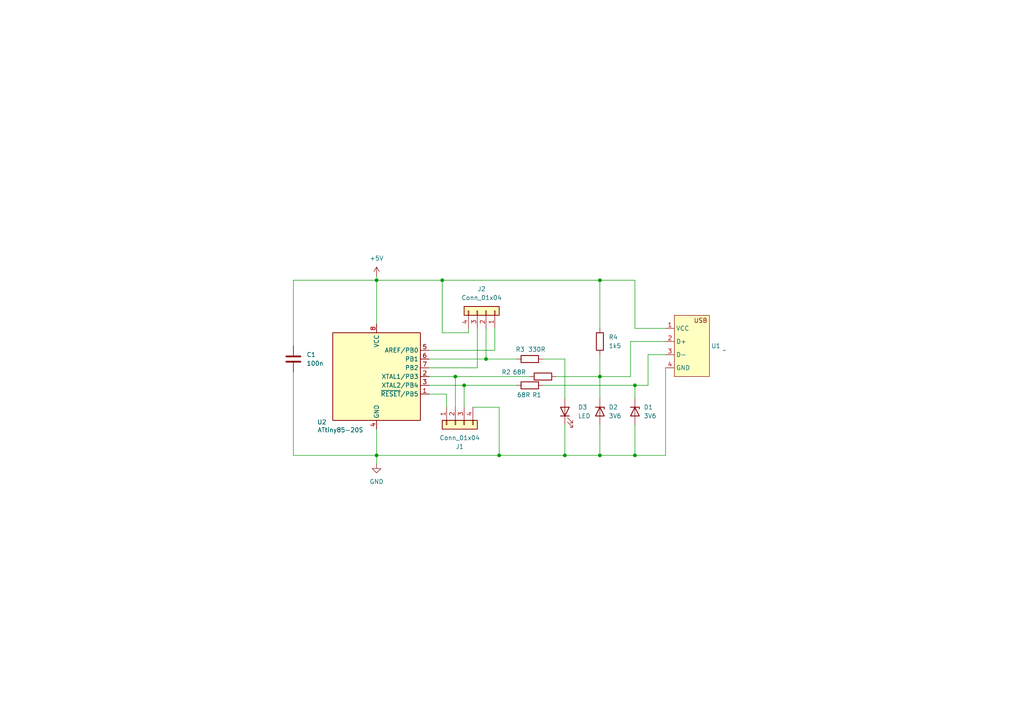
<source format=kicad_sch>
(kicad_sch (version 20250114) (generator "eeschema") (generator_version "9.0")
  (paper "A4")
  (lib_symbols
    (symbol "1_cstm_smbl_lib:PCB_USB_connector"
      (property "Reference" "U1" (at 4.318 0 0))
      (property "Value" "~" (at 7.62 -1.27 0))
      (symbol "PCB_USB_connector_1_1"
        (rectangle (start -6.35 8.89) (end 3.81 -8.89) (fill (type background)))
        (text "USB\n" (at 1.27 7.366 0) (effects (font (size 1.27 1.27))))
        (pin power_in line (at -8.89 5.08 0) (length 2.54) (name "VCC") (number "1"))
        (pin bidirectional line (at -8.89 1.27 0) (length 2.54) (name "D+") (number "2"))
        (pin bidirectional line (at -8.89 -2.54 0) (length 2.54) (name "D-") (number "3"))
        (pin power_in line (at -8.89 -6.35 0) (length 2.54) (name "GND") (number "4"))
      )
    )
    (symbol "Connector_Generic:Conn_01x04" (pin_names (offset 1.016) (hide yes))
      (property "Reference" "J" (at 0 5.08 0))
      (property "Value" "Conn_01x04" (at 0 -7.62 0))
      (symbol "Conn_01x04_1_1"
        (rectangle (start -1.27 3.81) (end 1.27 -6.35) (stroke (width 0.254)) (fill (type background)))
        (rectangle (start -1.27 2.667) (end 0 2.413) (stroke (width 0.1524)))
        (rectangle (start -1.27 0.127) (end 0 -0.127) (stroke (width 0.1524)))
        (rectangle (start -1.27 -2.413) (end 0 -2.667) (stroke (width 0.1524)))
        (rectangle (start -1.27 -4.953) (end 0 -5.207) (stroke (width 0.1524)))
        (pin passive line (at -5.08 2.54 0) (length 3.81) (name "Pin_1") (number "1"))
        (pin passive line (at -5.08 0 0) (length 3.81) (name "Pin_2") (number "2"))
        (pin passive line (at -5.08 -2.54 0) (length 3.81) (name "Pin_3") (number "3"))
        (pin passive line (at -5.08 -5.08 0) (length 3.81) (name "Pin_4") (number "4"))
      )
    )
    (symbol "Device:C" (pin_numbers (hide yes)) (pin_names (offset 0.254))
      (property "Reference" "C" (at 0.635 2.54 0))
      (property "Value" "C" (at 0.635 -2.54 0))
      (symbol "C_0_1"
        (polyline (pts (xy -2.032 0.762) (xy 2.032 0.762)) (stroke (width 0.508)))
        (polyline (pts (xy -2.032 -0.762) (xy 2.032 -0.762)) (stroke (width 0.508)))
      )
      (symbol "C_1_1"
        (pin passive line (at 0 3.81 270) (length 2.794) (name "~") (number "1"))
        (pin passive line (at 0 -3.81 90) (length 2.794) (name "~") (number "2"))
      )
    )
    (symbol "Device:D_Zener" (pin_numbers (hide yes)) (pin_names (offset 1.016) (hide yes))
      (property "Reference" "D" (at 0 2.54 0))
      (property "Value" "D_Zener" (at 0 -2.54 0))
      (symbol "D_Zener_0_1"
        (polyline (pts (xy -1.27 -1.27) (xy -1.27 1.27) (xy -0.762 1.27)) (stroke (width 0.254)))
        (polyline (pts (xy 1.27 0) (xy -1.27 0)))
        (polyline (pts (xy 1.27 -1.27) (xy 1.27 1.27) (xy -1.27 0) (xy 1.27 -1.27)) (stroke (width 0.254)))
      )
      (symbol "D_Zener_1_1"
        (pin passive line (at -3.81 0 0) (length 2.54) (name "K") (number "1"))
        (pin passive line (at 3.81 0 180) (length 2.54) (name "A") (number "2"))
      )
    )
    (symbol "Device:LED" (pin_numbers (hide yes)) (pin_names (offset 1.016) (hide yes))
      (property "Reference" "D" (at 0 2.54 0))
      (property "Value" "LED" (at 0 -2.54 0))
      (symbol "LED_0_1"
        (polyline (pts (xy -3.048 -0.762) (xy -4.572 -2.286) (xy -3.81 -2.286) (xy -4.572 -2.286) (xy -4.572 -1.524)))
        (polyline (pts (xy -1.778 -0.762) (xy -3.302 -2.286) (xy -2.54 -2.286) (xy -3.302 -2.286) (xy -3.302 -1.524)))
        (polyline (pts (xy -1.27 0) (xy 1.27 0)))
        (polyline (pts (xy -1.27 -1.27) (xy -1.27 1.27)) (stroke (width 0.254)))
        (polyline (pts (xy 1.27 -1.27) (xy 1.27 1.27) (xy -1.27 0) (xy 1.27 -1.27)) (stroke (width 0.254)))
      )
      (symbol "LED_1_1"
        (pin passive line (at -3.81 0 0) (length 2.54) (name "K") (number "1"))
        (pin passive line (at 3.81 0 180) (length 2.54) (name "A") (number "2"))
      )
    )
    (symbol "Device:R" (pin_numbers (hide yes)) (pin_names (offset 0))
      (property "Reference" "R" (at 2.032 0 90))
      (property "Value" "R" (at 0 0 90))
      (symbol "R_0_1"
        (rectangle (start -1.016 -2.54) (end 1.016 2.54) (stroke (width 0.254)))
      )
      (symbol "R_1_1"
        (pin passive line (at 0 3.81 270) (length 1.27) (name "~") (number "1"))
        (pin passive line (at 0 -3.81 90) (length 1.27) (name "~") (number "2"))
      )
    )
    (symbol "MCU_Microchip_ATtiny:ATtiny85-20S"
      (property "Reference" "U" (at -12.7 13.97 0))
      (property "Value" "ATtiny85-20S" (at 2.54 -13.97 0))
      (symbol "ATtiny85-20S_0_1"
        (rectangle (start -12.7 -12.7) (end 12.7 12.7) (stroke (width 0.254)) (fill (type background)))
      )
      (symbol "ATtiny85-20S_1_1"
        (pin power_in line (at 0 15.24 270) (length 2.54) (name "VCC") (number "8"))
        (pin power_in line (at 0 -15.24 90) (length 2.54) (name "GND") (number "4"))
        (pin bidirectional line (at 15.24 7.62 180) (length 2.54) (name "AREF/PB0") (number "5"))
        (pin bidirectional line (at 15.24 5.08 180) (length 2.54) (name "PB1") (number "6"))
        (pin bidirectional line (at 15.24 2.54 180) (length 2.54) (name "PB2") (number "7"))
        (pin bidirectional line (at 15.24 0 180) (length 2.54) (name "XTAL1/PB3") (number "2"))
        (pin bidirectional line (at 15.24 -2.54 180) (length 2.54) (name "XTAL2/PB4") (number "3"))
        (pin bidirectional line (at 15.24 -5.08 180) (length 2.54) (name "~{RESET}/PB5") (number "1"))
      )
    )
    (symbol "power:+5V" (power) (pin_numbers (hide yes)) (pin_names (offset 0) (hide yes))
      (property "Value" "+5V" (at 0 3.556 0))
      (symbol "+5V_0_1"
        (polyline (pts (xy -0.762 1.27) (xy 0 2.54)))
        (polyline (pts (xy 0 2.54) (xy 0.762 1.27)))
        (polyline (pts (xy 0 0) (xy 0 2.54)))
      )
      (symbol "+5V_1_1"
        (pin power_in line (at 0 0 90) (length 0) (name "~") (number "1"))
      )
    )
    (symbol "power:GND" (power) (pin_numbers (hide yes)) (pin_names (offset 0) (hide yes))
      (property "Value" "GND" (at 0 -3.81 0))
      (symbol "GND_0_1"
        (polyline (pts (xy 0 0) (xy 0 -1.27) (xy 1.27 -1.27) (xy 0 -2.54) (xy -1.27 -1.27) (xy 0 -1.27)))
      )
      (symbol "GND_1_1"
        (pin power_in line (at 0 0 270) (length 0) (name "~") (number "1"))
      )
    )
  )
  (junction (at 184.15 132.08))
  (junction (at 128.27 81.28))
  (junction (at 140.97 104.14))
  (junction (at 184.15 111.76))
  (junction (at 173.99 81.28))
  (junction (at 132.08 109.22))
  (junction (at 173.99 109.22))
  (junction (at 163.83 132.08))
  (junction (at 173.99 132.08))
  (junction (at 144.78 132.08))
  (junction (at 134.62 111.76))
  (junction (at 109.22 132.08))
  (junction (at 109.22 81.28))
  (wire (pts (xy 124.46 104.14) (xy 140.97 104.14)))
  (wire (pts (xy 173.99 109.22) (xy 182.88 109.22)))
  (wire (pts (xy 173.99 132.08) (xy 163.83 132.08)))
  (wire (pts (xy 184.15 132.08) (xy 173.99 132.08)))
  (wire (pts (xy 128.27 96.52) (xy 128.27 81.28)))
  (wire (pts (xy 187.96 102.87) (xy 187.96 111.76)))
  (wire (pts (xy 124.46 109.22) (xy 132.08 109.22)))
  (wire (pts (xy 157.48 104.14) (xy 163.83 104.14)))
  (wire (pts (xy 109.22 81.28) (xy 128.27 81.28)))
  (wire (pts (xy 193.04 132.08) (xy 184.15 132.08)))
  (wire (pts (xy 173.99 102.87) (xy 173.99 109.22)))
  (wire (pts (xy 144.78 132.08) (xy 109.22 132.08)))
  (wire (pts (xy 173.99 123.19) (xy 173.99 132.08)))
  (wire (pts (xy 161.29 109.22) (xy 173.99 109.22)))
  (wire (pts (xy 163.83 123.19) (xy 163.83 132.08)))
  (wire (pts (xy 124.46 111.76) (xy 134.62 111.76)))
  (wire (pts (xy 85.09 81.28) (xy 109.22 81.28)))
  (wire (pts (xy 182.88 99.06) (xy 182.88 109.22)))
  (wire (pts (xy 132.08 109.22) (xy 153.67 109.22)))
  (wire (pts (xy 129.54 114.3) (xy 124.46 114.3)))
  (wire (pts (xy 109.22 80.01) (xy 109.22 81.28)))
  (wire (pts (xy 109.22 132.08) (xy 109.22 134.62)))
  (wire (pts (xy 85.09 132.08) (xy 109.22 132.08)))
  (wire (pts (xy 109.22 81.28) (xy 109.22 93.98)))
  (wire (pts (xy 193.04 95.25) (xy 184.15 95.25)))
  (wire (pts (xy 128.27 81.28) (xy 173.99 81.28)))
  (wire (pts (xy 140.97 104.14) (xy 149.86 104.14)))
  (wire (pts (xy 163.83 132.08) (xy 144.78 132.08)))
  (wire (pts (xy 143.51 101.6) (xy 124.46 101.6)))
  (wire (pts (xy 129.54 118.11) (xy 129.54 114.3)))
  (wire (pts (xy 173.99 109.22) (xy 173.99 115.57)))
  (wire (pts (xy 85.09 107.95) (xy 85.09 132.08)))
  (wire (pts (xy 173.99 95.25) (xy 173.99 81.28)))
  (wire (pts (xy 157.48 111.76) (xy 184.15 111.76)))
  (wire (pts (xy 138.43 95.25) (xy 138.43 106.68)))
  (wire (pts (xy 144.78 118.11) (xy 144.78 132.08)))
  (wire (pts (xy 135.89 96.52) (xy 135.89 95.25)))
  (wire (pts (xy 193.04 99.06) (xy 182.88 99.06)))
  (wire (pts (xy 140.97 95.25) (xy 140.97 104.14)))
  (wire (pts (xy 184.15 111.76) (xy 184.15 115.57)))
  (wire (pts (xy 193.04 106.68) (xy 193.04 132.08)))
  (wire (pts (xy 109.22 124.46) (xy 109.22 132.08)))
  (wire (pts (xy 134.62 111.76) (xy 134.62 118.11)))
  (wire (pts (xy 85.09 100.33) (xy 85.09 81.28)))
  (wire (pts (xy 132.08 109.22) (xy 132.08 118.11)))
  (wire (pts (xy 137.16 118.11) (xy 144.78 118.11)))
  (wire (pts (xy 134.62 111.76) (xy 149.86 111.76)))
  (wire (pts (xy 193.04 102.87) (xy 187.96 102.87)))
  (wire (pts (xy 184.15 123.19) (xy 184.15 132.08)))
  (wire (pts (xy 143.51 95.25) (xy 143.51 101.6)))
  (wire (pts (xy 163.83 104.14) (xy 163.83 115.57)))
  (wire (pts (xy 184.15 95.25) (xy 184.15 81.28)))
  (wire (pts (xy 135.89 96.52) (xy 128.27 96.52)))
  (wire (pts (xy 138.43 106.68) (xy 124.46 106.68)))
  (wire (pts (xy 184.15 81.28) (xy 173.99 81.28)))
  (wire (pts (xy 187.96 111.76) (xy 184.15 111.76)))
  (symbol (lib_id "Device:C") (at 85.09 104.14 0) (unit 1)
    (property "Reference" "C1" (at 88.9 102.8699 0) (effects (justify left)))
    (property "Value" "100n" (at 88.9 105.4099 0) (effects (justify left)))
    (property "Footprint" "Capacitor_SMD:C_1206_3216Metric_Pad1.33x1.80mm_HandSolder" (effects (hide yes)))
    (property "Description" "Unpolarized capacitor" (effects (hide yes)))
  )
  (symbol (lib_id "power:GND") (at 109.22 134.62 0) (unit 1)
    (property "Reference" "#PWR02" (effects (hide yes)))
    (property "Value" "GND" (at 109.22 139.7 0))
    (property "Description" "Power symbol creates a global label with name \"GND\" , ground" (effects (hide yes)))
  )
  (symbol (lib_id "Device:R") (at 153.67 111.76 270) (mirror x) (unit 1)
    (property "Reference" "R1" (at 155.702 114.554 90))
    (property "Value" "68R" (at 151.892 114.554 90))
    (property "Footprint" "Resistor_SMD:R_0805_2012Metric_Pad1.20x1.40mm_HandSolder" (effects (hide yes)))
    (property "Description" "Resistor" (effects (hide yes)))
  )
  (symbol (lib_id "Device:D_Zener") (at 184.15 119.38 270) (unit 1)
    (property "Reference" "D1" (at 186.69 118.1099 90) (effects (justify left)))
    (property "Value" "3V6" (at 186.69 120.6499 90) (effects (justify left)))
    (property "Footprint" "Diode_SMD:D_SOD-123" (effects (hide yes)))
    (property "Description" "Zener diode" (effects (hide yes)))
  )
  (symbol (lib_id "Device:D_Zener") (at 173.99 119.38 270) (unit 1)
    (property "Reference" "D2" (at 176.53 118.1099 90) (effects (justify left)))
    (property "Value" "3V6" (at 176.53 120.6499 90) (effects (justify left)))
    (property "Footprint" "Diode_SMD:D_SOD-123" (effects (hide yes)))
    (property "Description" "Zener diode" (effects (hide yes)))
  )
  (symbol (lib_id "Device:R") (at 153.67 104.14 90) (unit 1)
    (property "Reference" "R3" (at 150.876 101.346 90))
    (property "Value" "330R" (at 155.702 101.346 90))
    (property "Footprint" "Resistor_SMD:R_0805_2012Metric_Pad1.20x1.40mm_HandSolder" (effects (hide yes)))
    (property "Description" "Resistor" (effects (hide yes)))
  )
  (symbol (lib_id "Device:R") (at 173.99 99.06 0) (unit 1)
    (property "Reference" "R4" (at 176.53 97.7899 0) (effects (justify left)))
    (property "Value" "1k5" (at 176.53 100.3299 0) (effects (justify left)))
    (property "Footprint" "Resistor_SMD:R_0805_2012Metric_Pad1.20x1.40mm_HandSolder" (effects (hide yes)))
    (property "Description" "Resistor" (effects (hide yes)))
  )
  (symbol (lib_id "Device:LED") (at 163.83 119.38 90) (unit 1)
    (property "Reference" "D3" (at 167.64 118.11 90) (effects (justify right)))
    (property "Value" "LED" (at 167.64 120.65 90) (effects (justify right)))
    (property "Footprint" "LED_THT:LED_D3.0mm" (effects (hide yes)))
    (property "Description" "Light emitting diode" (effects (hide yes)))
    (property "Sim.Pins" "1=K 2=A" (effects (hide yes)))
  )
  (symbol (lib_id "MCU_Microchip_ATtiny:ATtiny85-20S") (at 109.22 109.22 0) (unit 1)
    (property "Reference" "U2" (at 94.742 122.428 0) (effects (justify right)))
    (property "Value" "ATtiny85-20S" (at 105.41 124.714 0) (effects (justify right)))
    (property "Footprint" "Package_SO:SOIC-8_5.3x5.3mm_P1.27mm" (effects (hide yes)))
    (property "Datasheet" "http://ww1.microchip.com/downloads/en/DeviceDoc/atmel-2586-avr-8-bit-microcontroller-attiny25-attiny45-attiny85_datasheet.pdf" (effects (hide yes)))
    (property "Description" "20MHz, 8kB Flash, 512B SRAM, 512B EEPROM, debugWIRE, SOIC-8" (effects (hide yes)))
  )
  (symbol (lib_id "1_cstm_smbl_lib:PCB_USB_connector") (at 201.93 100.33 0) (unit 1)
    (property "Reference" "U1" (at 206.248 100.33 0) (effects (justify left)))
    (property "Value" "~" (at 209.55 101.6 0) (effects (justify left)))
    (property "Footprint" "1_ctml_lbr:PCB_USB_Connector" (effects (hide yes)))
  )
  (symbol (lib_id "power:+5V") (at 109.22 80.01 0) (unit 1)
    (property "Reference" "#PWR01" (effects (hide yes)))
    (property "Value" "+5V" (at 109.22 74.93 0))
    (property "Description" "Power symbol creates a global label with name \"+5V\"" (effects (hide yes)))
  )
  (symbol (lib_id "Device:R") (at 157.48 109.22 270) (unit 1)
    (property "Reference" "R2" (at 146.812 107.95 90))
    (property "Value" "68R" (at 150.622 107.95 90))
    (property "Footprint" "Resistor_SMD:R_0805_2012Metric_Pad1.20x1.40mm_HandSolder" (effects (hide yes)))
    (property "Description" "Resistor" (effects (hide yes)))
  )
  (symbol (lib_id "Connector_Generic:Conn_01x04") (at 140.97 90.17 270) (mirror x) (unit 1)
    (property "Reference" "J2" (at 139.7 83.82 90))
    (property "Value" "Conn_01x04" (at 139.7 86.36 90))
    (property "Footprint" "Connector_PinHeader_2.54mm:PinHeader_1x04_P2.54mm_Vertical" (effects (hide yes)))
    (property "Description" "Generic connector, single row, 01x04, script generated (kicad-library-utils/schlib/autogen/connector/)" (effects (hide yes)))
  )
  (symbol (lib_id "Connector_Generic:Conn_01x04") (at 132.08 123.19 90) (mirror x) (unit 1)
    (property "Reference" "J1" (at 133.35 129.54 90))
    (property "Value" "Conn_01x04" (at 133.35 127 90))
    (property "Footprint" "Connector_PinHeader_2.54mm:PinHeader_1x04_P2.54mm_Vertical" (effects (hide yes)))
    (property "Description" "Generic connector, single row, 01x04, script generated (kicad-library-utils/schlib/autogen/connector/)" (effects (hide yes)))
  )
)
</source>
